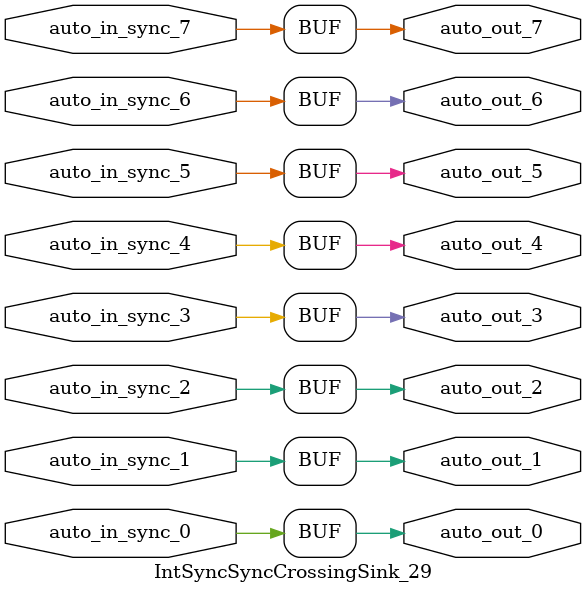
<source format=sv>
`ifndef RANDOMIZE
  `ifdef RANDOMIZE_REG_INIT
    `define RANDOMIZE
  `endif // RANDOMIZE_REG_INIT
`endif // not def RANDOMIZE
`ifndef RANDOMIZE
  `ifdef RANDOMIZE_MEM_INIT
    `define RANDOMIZE
  `endif // RANDOMIZE_MEM_INIT
`endif // not def RANDOMIZE

`ifndef RANDOM
  `define RANDOM $random
`endif // not def RANDOM

// Users can define 'PRINTF_COND' to add an extra gate to prints.
`ifndef PRINTF_COND_
  `ifdef PRINTF_COND
    `define PRINTF_COND_ (`PRINTF_COND)
  `else  // PRINTF_COND
    `define PRINTF_COND_ 1
  `endif // PRINTF_COND
`endif // not def PRINTF_COND_

// Users can define 'ASSERT_VERBOSE_COND' to add an extra gate to assert error printing.
`ifndef ASSERT_VERBOSE_COND_
  `ifdef ASSERT_VERBOSE_COND
    `define ASSERT_VERBOSE_COND_ (`ASSERT_VERBOSE_COND)
  `else  // ASSERT_VERBOSE_COND
    `define ASSERT_VERBOSE_COND_ 1
  `endif // ASSERT_VERBOSE_COND
`endif // not def ASSERT_VERBOSE_COND_

// Users can define 'STOP_COND' to add an extra gate to stop conditions.
`ifndef STOP_COND_
  `ifdef STOP_COND
    `define STOP_COND_ (`STOP_COND)
  `else  // STOP_COND
    `define STOP_COND_ 1
  `endif // STOP_COND
`endif // not def STOP_COND_

// Users can define INIT_RANDOM as general code that gets injected into the
// initializer block for modules with registers.
`ifndef INIT_RANDOM
  `define INIT_RANDOM
`endif // not def INIT_RANDOM

// If using random initialization, you can also define RANDOMIZE_DELAY to
// customize the delay used, otherwise 0.002 is used.
`ifndef RANDOMIZE_DELAY
  `define RANDOMIZE_DELAY 0.002
`endif // not def RANDOMIZE_DELAY

// Define INIT_RANDOM_PROLOG_ for use in our modules below.
`ifndef INIT_RANDOM_PROLOG_
  `ifdef RANDOMIZE
    `ifdef VERILATOR
      `define INIT_RANDOM_PROLOG_ `INIT_RANDOM
    `else  // VERILATOR
      `define INIT_RANDOM_PROLOG_ `INIT_RANDOM #`RANDOMIZE_DELAY begin end
    `endif // VERILATOR
  `else  // RANDOMIZE
    `define INIT_RANDOM_PROLOG_
  `endif // RANDOMIZE
`endif // not def INIT_RANDOM_PROLOG_

module IntSyncSyncCrossingSink_29(
  input  auto_in_sync_0,
         auto_in_sync_1,
         auto_in_sync_2,
         auto_in_sync_3,
         auto_in_sync_4,
         auto_in_sync_5,
         auto_in_sync_6,
         auto_in_sync_7,
  output auto_out_0,
         auto_out_1,
         auto_out_2,
         auto_out_3,
         auto_out_4,
         auto_out_5,
         auto_out_6,
         auto_out_7
);

  assign auto_out_0 = auto_in_sync_0;
  assign auto_out_1 = auto_in_sync_1;
  assign auto_out_2 = auto_in_sync_2;
  assign auto_out_3 = auto_in_sync_3;
  assign auto_out_4 = auto_in_sync_4;
  assign auto_out_5 = auto_in_sync_5;
  assign auto_out_6 = auto_in_sync_6;
  assign auto_out_7 = auto_in_sync_7;
endmodule


</source>
